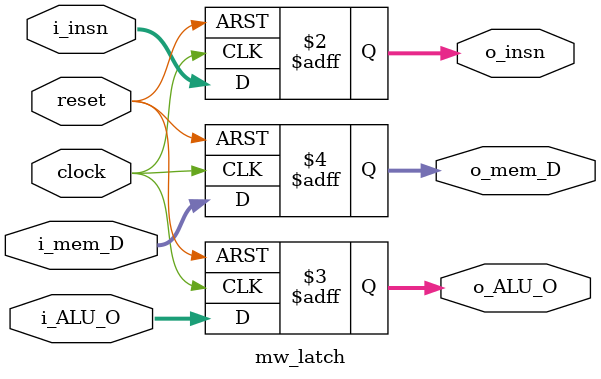
<source format=v>
module mw_latch(
    input clock,
    input reset,
    input [31:0] i_insn,
    input [31:0] i_ALU_O,
    input [31:0] i_mem_D,
    output reg [31:0] o_insn,
    output reg [31:0] o_ALU_O,
    output reg [31:0] o_mem_D
);

    always @(negedge clock or posedge reset) begin
       if (reset) begin
           o_insn <= 32'd0;
           o_ALU_O <= 32'd0;
           o_mem_D <= 32'd0;
       end else begin
           o_insn <= i_insn;
           o_ALU_O <= i_ALU_O;
           o_mem_D <= i_mem_D;
       end
   end

endmodule
</source>
